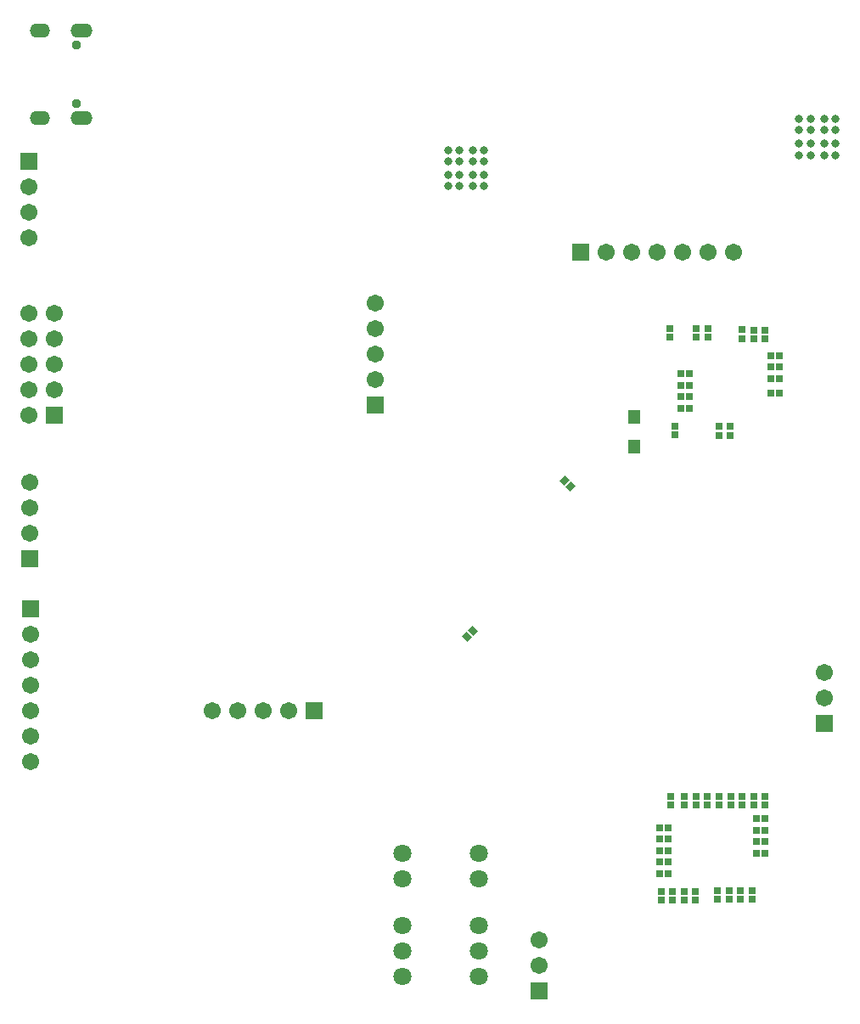
<source format=gbs>
G04*
G04 #@! TF.GenerationSoftware,Altium Limited,Altium Designer,21.1.1 (26)*
G04*
G04 Layer_Color=16711935*
%FSLAX25Y25*%
%MOIN*%
G70*
G04*
G04 #@! TF.SameCoordinates,FB3CC9E6-9328-4A98-A2C4-C3437A6BD050*
G04*
G04*
G04 #@! TF.FilePolarity,Negative*
G04*
G01*
G75*
%ADD68R,0.02762X0.02959*%
%ADD74R,0.02959X0.02762*%
%ADD87R,0.04737X0.05721*%
%ADD111C,0.06706*%
%ADD112R,0.06706X0.06706*%
%ADD113R,0.06706X0.06706*%
%ADD114C,0.03162*%
%ADD115C,0.07099*%
%ADD116O,0.08674X0.05524*%
%ADD117O,0.07887X0.05524*%
%ADD118C,0.03753*%
G04:AMPARAMS|DCode=141|XSize=27.62mil|YSize=29.59mil|CornerRadius=0mil|HoleSize=0mil|Usage=FLASHONLY|Rotation=45.000|XOffset=0mil|YOffset=0mil|HoleType=Round|Shape=Rectangle|*
%AMROTATEDRECTD141*
4,1,4,0.00070,-0.02023,-0.02023,0.00070,-0.00070,0.02023,0.02023,-0.00070,0.00070,-0.02023,0.0*
%
%ADD141ROTATEDRECTD141*%

G04:AMPARAMS|DCode=142|XSize=27.62mil|YSize=29.59mil|CornerRadius=0mil|HoleSize=0mil|Usage=FLASHONLY|Rotation=315.000|XOffset=0mil|YOffset=0mil|HoleType=Round|Shape=Rectangle|*
%AMROTATEDRECTD142*
4,1,4,-0.02023,-0.00070,0.00070,0.02023,0.02023,0.00070,-0.00070,-0.02023,-0.02023,-0.00070,0.0*
%
%ADD142ROTATEDRECTD142*%

D68*
X295873Y69800D02*
D03*
X292527D02*
D03*
X295873Y74400D02*
D03*
X292527D02*
D03*
X295873Y65300D02*
D03*
X292527D02*
D03*
X292527Y60700D02*
D03*
X295873D02*
D03*
X254527Y52800D02*
D03*
X257873D02*
D03*
X254527Y57300D02*
D03*
X257873D02*
D03*
X254500Y61800D02*
D03*
X257846D02*
D03*
X254527Y66300D02*
D03*
X257873D02*
D03*
X257873Y70800D02*
D03*
X254527D02*
D03*
X262700Y235500D02*
D03*
X266047D02*
D03*
X262700Y240000D02*
D03*
X266047D02*
D03*
X262700Y244500D02*
D03*
X266047D02*
D03*
X262627Y249100D02*
D03*
X265973D02*
D03*
X301373Y256100D02*
D03*
X298027D02*
D03*
X301373Y251600D02*
D03*
X298027D02*
D03*
X301373Y247100D02*
D03*
X298027D02*
D03*
X301373Y241200D02*
D03*
X298027D02*
D03*
D74*
X255000Y42327D02*
D03*
Y45673D02*
D03*
X264000Y42327D02*
D03*
Y45673D02*
D03*
X259500Y42327D02*
D03*
Y45673D02*
D03*
X268500Y45673D02*
D03*
Y42327D02*
D03*
X295800Y83073D02*
D03*
Y79727D02*
D03*
X291300Y83073D02*
D03*
Y79727D02*
D03*
X286800Y83073D02*
D03*
Y79727D02*
D03*
X282300Y83073D02*
D03*
Y79727D02*
D03*
X277800Y83073D02*
D03*
Y79727D02*
D03*
X273200Y83073D02*
D03*
Y79727D02*
D03*
X268700Y83073D02*
D03*
Y79727D02*
D03*
X264200Y83073D02*
D03*
Y79727D02*
D03*
X258900Y79727D02*
D03*
Y83073D02*
D03*
X277100Y42527D02*
D03*
Y45873D02*
D03*
X281600Y42527D02*
D03*
Y45873D02*
D03*
X286100Y42527D02*
D03*
Y45873D02*
D03*
X290600Y45873D02*
D03*
Y42527D02*
D03*
X268800Y263400D02*
D03*
Y266746D02*
D03*
X273500Y263400D02*
D03*
Y266746D02*
D03*
X260400Y224849D02*
D03*
Y228195D02*
D03*
X282100Y224827D02*
D03*
Y228173D02*
D03*
X277600Y224827D02*
D03*
Y228173D02*
D03*
X258500Y266773D02*
D03*
Y263427D02*
D03*
X286800Y266173D02*
D03*
Y262827D02*
D03*
X295795Y266146D02*
D03*
Y262800D02*
D03*
X291295Y266146D02*
D03*
Y262800D02*
D03*
D87*
X244538Y220293D02*
D03*
Y231907D02*
D03*
D111*
X243500Y296600D02*
D03*
X233500D02*
D03*
X253500D02*
D03*
X263500D02*
D03*
X273500D02*
D03*
X283500D02*
D03*
X6900Y232800D02*
D03*
X16900Y242800D02*
D03*
X6900D02*
D03*
X16900Y252800D02*
D03*
X6900D02*
D03*
X16900Y262800D02*
D03*
X6900D02*
D03*
X16900Y272800D02*
D03*
X6900D02*
D03*
X142700Y276700D02*
D03*
Y266700D02*
D03*
Y256700D02*
D03*
Y246700D02*
D03*
X207000Y26600D02*
D03*
Y16600D02*
D03*
X7400Y136800D02*
D03*
Y146800D02*
D03*
Y126800D02*
D03*
Y116800D02*
D03*
Y106800D02*
D03*
Y96800D02*
D03*
X6800Y322200D02*
D03*
Y312200D02*
D03*
Y302200D02*
D03*
X319000Y121700D02*
D03*
Y131700D02*
D03*
X7100Y186300D02*
D03*
Y196300D02*
D03*
Y206300D02*
D03*
X78700Y116800D02*
D03*
X88700D02*
D03*
X98700D02*
D03*
X108700D02*
D03*
D112*
X223500Y296600D02*
D03*
X118700Y116800D02*
D03*
D113*
X16900Y232800D02*
D03*
X142700Y236700D02*
D03*
X207000Y6600D02*
D03*
X7400Y156800D02*
D03*
X6800Y332200D02*
D03*
X319000Y111700D02*
D03*
X7100Y176300D02*
D03*
D114*
X313606Y348984D02*
D03*
X319000D02*
D03*
X323390D02*
D03*
X309216D02*
D03*
X313606Y334810D02*
D03*
X319000D02*
D03*
X323390D02*
D03*
X309216D02*
D03*
Y339200D02*
D03*
X323390D02*
D03*
Y344594D02*
D03*
X309216D02*
D03*
X319000Y339200D02*
D03*
X313606D02*
D03*
Y344594D02*
D03*
X319000D02*
D03*
X175690Y336784D02*
D03*
X181084D02*
D03*
X185473D02*
D03*
X171300D02*
D03*
X175690Y322610D02*
D03*
X181084D02*
D03*
X185473D02*
D03*
X171300D02*
D03*
Y327000D02*
D03*
X185473D02*
D03*
Y332394D02*
D03*
X171300D02*
D03*
X181084Y327000D02*
D03*
X175690D02*
D03*
Y332394D02*
D03*
X181084D02*
D03*
D115*
X153500Y60800D02*
D03*
Y50800D02*
D03*
X183500D02*
D03*
Y60800D02*
D03*
Y32500D02*
D03*
Y22500D02*
D03*
Y12500D02*
D03*
X153500Y32500D02*
D03*
Y22500D02*
D03*
Y12500D02*
D03*
D116*
X27525Y383507D02*
D03*
X27525Y349492D02*
D03*
D117*
X11069Y349492D02*
D03*
X11068Y383508D02*
D03*
D118*
X25438Y355122D02*
D03*
Y377878D02*
D03*
D141*
X181066Y148059D02*
D03*
X178700Y145693D02*
D03*
D142*
X219483Y204617D02*
D03*
X217117Y206983D02*
D03*
M02*

</source>
